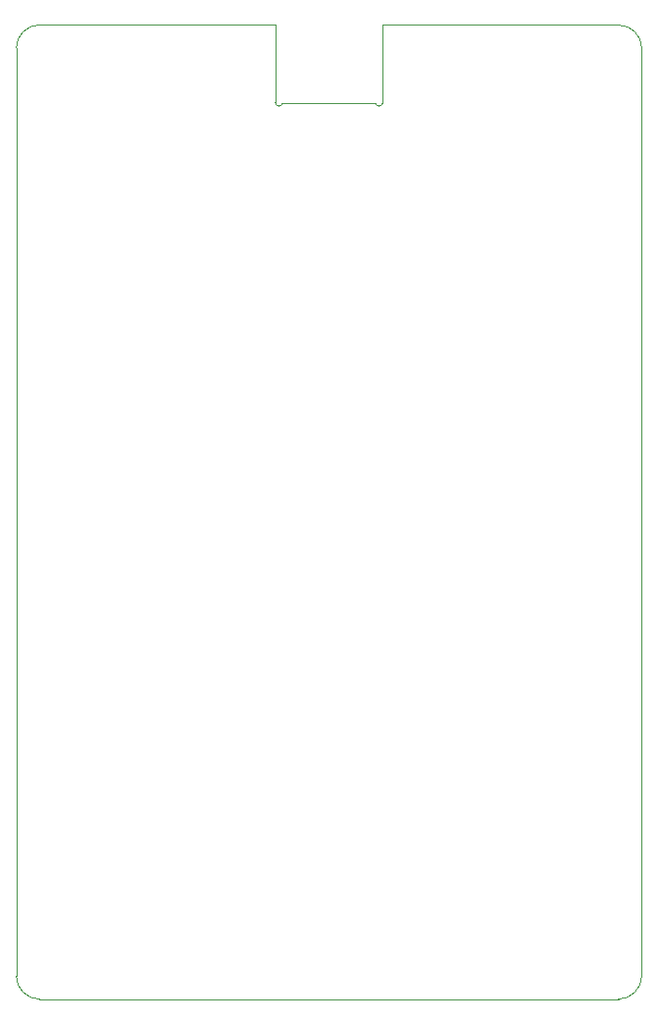
<source format=gm1>
%TF.GenerationSoftware,KiCad,Pcbnew,6.0.7-f9a2dced07~116~ubuntu20.04.1*%
%TF.CreationDate,2022-09-13T19:05:17+02:00*%
%TF.ProjectId,Qoobinno,516f6f62-696e-46e6-9f2e-6b696361645f,rev?*%
%TF.SameCoordinates,Original*%
%TF.FileFunction,Profile,NP*%
%FSLAX46Y46*%
G04 Gerber Fmt 4.6, Leading zero omitted, Abs format (unit mm)*
G04 Created by KiCad (PCBNEW 6.0.7-f9a2dced07~116~ubuntu20.04.1) date 2022-09-13 19:05:17*
%MOMM*%
%LPD*%
G01*
G04 APERTURE LIST*
%TA.AperFunction,Profile*%
%ADD10C,0.100000*%
%TD*%
%TA.AperFunction,Profile*%
%ADD11C,0.120000*%
%TD*%
G04 APERTURE END LIST*
D10*
X177380000Y-54000000D02*
G75*
G03*
X175380000Y-52000000I-2000000J0D01*
G01*
X125380000Y-52000000D02*
G75*
G03*
X123380000Y-54000000I0J-2000000D01*
G01*
X158000000Y-52000000D02*
X175380000Y-52000000D01*
X175380000Y-136000000D02*
G75*
G03*
X177380000Y-134000000I0J2000000D01*
G01*
X123380000Y-134000000D02*
G75*
G03*
X125380000Y-136000000I2000000J0D01*
G01*
X177380000Y-54000000D02*
X177380000Y-134000000D01*
X123380000Y-54000000D02*
X123380000Y-134000000D01*
X142760000Y-52000000D02*
X125380000Y-52000000D01*
X175380000Y-136000000D02*
X125380000Y-136000000D01*
D11*
%TO.C,J1*%
X145760000Y-58700000D02*
X145760000Y-52000000D01*
X145760000Y-52000000D02*
X142760000Y-52000000D01*
X158000000Y-52000000D02*
X155000000Y-52000000D01*
X154400000Y-58700000D02*
X146360000Y-58700000D01*
X155000000Y-52000000D02*
X155000000Y-58700000D01*
X145760000Y-58700000D02*
G75*
G03*
X146360000Y-58700000I300000J0D01*
G01*
X154400000Y-58700000D02*
G75*
G03*
X155000000Y-58700000I300000J0D01*
G01*
%TD*%
M02*

</source>
